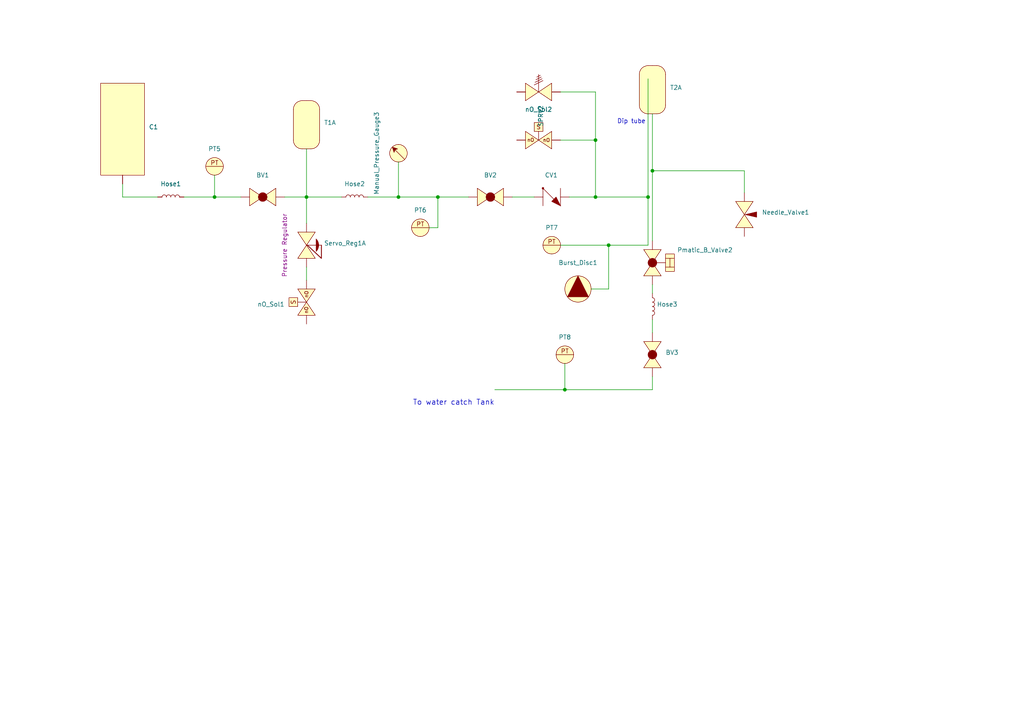
<source format=kicad_sch>
(kicad_sch (version 20250114) (generator "eeschema") (generator_version "9.0")
  (paper "A4")
  (lib_symbols
    (symbol "Ball_Valve_1"
      (property "Reference" "BV" (at 3.81 -4.318 0))
      (symbol "Ball_Valve_1_1_1"
        (polyline (pts (xy 3.81 0) (xy 0 -2.54) (xy 0 2.54) (xy 3.81 0)) (fill (type background)))
        (polyline (pts (xy 3.81 0) (xy 7.62 2.54) (xy 7.62 -2.54) (xy 3.81 0)) (fill (type background)))
        (circle (center 3.81 0) (radius 1.27) (fill (type outline)))
        (pin passive line (at -2.54 0 0) (length 2.54) (name "") (number ""))
        (pin passive line (at 10.16 0 180) (length 2.54) (name "") (number ""))
      )
    )
    (symbol "Ball_Valve_2"
      (property "Reference" "BV" (at 3.81 -4.318 0))
      (symbol "Ball_Valve_2_1_1"
        (polyline (pts (xy 3.81 0) (xy 0 -2.54) (xy 0 2.54) (xy 3.81 0)) (fill (type background)))
        (polyline (pts (xy 3.81 0) (xy 7.62 2.54) (xy 7.62 -2.54) (xy 3.81 0)) (fill (type background)))
        (circle (center 3.81 0) (radius 1.27) (fill (type outline)))
        (pin passive line (at -2.54 0 0) (length 2.54) (name "") (number ""))
        (pin passive line (at 10.16 0 180) (length 2.54) (name "") (number ""))
      )
    )
    (symbol "Hose_1"
      (property "Reference" "Hose" (at 0 0 0))
      (symbol "Hose_1_0_1"
        (arc (start 0 6.35) (mid 0.6323 5.715) (end 0 5.08))
        (arc (start 0 5.08) (mid 0.6323 4.445) (end 0 3.81))
        (arc (start 0 3.81) (mid 0.6323 3.175) (end 0 2.54))
        (arc (start 0 2.54) (mid 0.6323 1.905) (end 0 1.27))
      )
      (symbol "Hose_1_1_1"
        (pin passive line (at 0 7.62 270) (length 1.27) (name "") (number ""))
        (pin passive line (at 0 0 90) (length 1.27) (name "") (number ""))
      )
    )
    (symbol "Hose_2"
      (property "Reference" "Hose" (at 0 0 0))
      (symbol "Hose_2_0_1"
        (arc (start 0 6.35) (mid 0.6323 5.715) (end 0 5.08))
        (arc (start 0 5.08) (mid 0.6323 4.445) (end 0 3.81))
        (arc (start 0 3.81) (mid 0.6323 3.175) (end 0 2.54))
        (arc (start 0 2.54) (mid 0.6323 1.905) (end 0 1.27))
      )
      (symbol "Hose_2_1_1"
        (pin passive line (at 0 7.62 270) (length 1.27) (name "") (number ""))
        (pin passive line (at 0 0 90) (length 1.27) (name "") (number ""))
      )
    )
    (symbol "Normally Open Solenoid_1"
      (property "Reference" "nO_Sol" (at 3.81 -3.81 0))
      (symbol "Normally Open Solenoid_1_0_1"
        (polyline (pts (xy 3.81 0) (xy 3.81 2.54)))
      )
      (symbol "Normally Open Solenoid_1_1_1"
        (polyline (pts (xy 0 0) (xy 0 2.54) (xy 3.81 0) (xy 0 -2.54) (xy 0 0)) (fill (type background)))
        (polyline (pts (xy 3.81 2.54) (xy 2.54 2.54) (xy 2.54 5.08) (xy 5.08 5.08) (xy 5.08 2.54) (xy 3.81 2.54)) (fill (type background)))
        (polyline (pts (xy 3.81 0) (xy 7.62 2.54) (xy 7.62 -2.54) (xy 3.81 0)) (fill (type background)))
        (text "nO\n\n" (at 1.524 -0.762 0) (effects (font (size 1 1))))
        (text "S\n" (at 3.81 3.81 0) (effects (font (size 1.27 1.27))))
        (text "nO" (at 6.096 0 0) (effects (font (size 1 1))))
        (pin passive line (at -2.54 0 0) (length 2.54) (name "") (number ""))
        (pin passive line (at 10.16 0 180) (length 2.54) (name "") (number ""))
      )
    )
    (symbol "PID_symbols:Ball_Valve"
      (property "Reference" "BV" (at 3.81 -4.318 0))
      (symbol "Ball_Valve_1_1"
        (polyline (pts (xy 3.81 0) (xy 0 -2.54) (xy 0 2.54) (xy 3.81 0)) (fill (type background)))
        (polyline (pts (xy 3.81 0) (xy 7.62 2.54) (xy 7.62 -2.54) (xy 3.81 0)) (fill (type background)))
        (circle (center 3.81 0) (radius 1.27) (fill (type outline)))
        (pin passive line (at -2.54 0 0) (length 2.54) (name "") (number ""))
        (pin passive line (at 10.16 0 180) (length 2.54) (name "") (number ""))
      )
    )
    (symbol "PID_symbols:Burst_Disc"
      (property "Reference" "Burst_Disc" (at 0 -5.334 0))
      (symbol "Burst_Disc_1_1"
        (polyline (pts (xy 0 3.81) (xy -3.048 -2.286) (xy 3.048 -2.286) (xy 0 3.81)) (fill (type outline)))
        (circle (center 0 0) (radius 3.81) (fill (type background)))
        (pin passive line (at -3.81 0 0) (length 0) (name "") (number ""))
        (pin passive line (at 0 -3.81 90) (length 0) (name "") (number ""))
        (pin passive line (at 3.81 0 180) (length 0) (name "") (number ""))
      )
    )
    (symbol "PID_symbols:Check_Valve"
      (property "Reference" "CV" (at 2.54 -4.064 0))
      (symbol "Check_Valve_0_1"
        (polyline (pts (xy 0 2.54) (xy 5.08 -2.54)))
        (polyline (pts (xy 0 0) (xy 0 2.54)))
        (polyline (pts (xy 0 0) (xy 0 -2.54)))
        (polyline (pts (xy 5.08 -2.54) (xy 5.08 2.54)))
      )
      (symbol "Check_Valve_1_1"
        (circle (center 0 2.54) (radius 0.254) (fill (type outline)))
        (polyline (pts (xy 5.08 -2.54) (xy 2.54 -1.27) (xy 3.81 0) (xy 5.08 -2.54)) (fill (type outline)))
        (pin bidirectional line (at -2.54 0 0) (length 2.54) (name "") (number ""))
        (pin bidirectional line (at 7.62 0 180) (length 2.54) (name "") (number ""))
      )
    )
    (symbol "PID_symbols:Cylinder"
      (property "Reference" "C" (at 0 0 0))
      (symbol "Cylinder_1_1"
        (rectangle (start -6.35 12.7) (end 6.35 -13.97) (fill (type background)))
        (pin passive line (at 0 -16.51 90) (length 2.54) (name "") (number ""))
      )
    )
    (symbol "PID_symbols:Hose"
      (property "Reference" "Hose" (at 0 0 0))
      (symbol "Hose_0_1"
        (arc (start 0 6.35) (mid 0.6323 5.715) (end 0 5.08))
        (arc (start 0 5.08) (mid 0.6323 4.445) (end 0 3.81))
        (arc (start 0 3.81) (mid 0.6323 3.175) (end 0 2.54))
        (arc (start 0 2.54) (mid 0.6323 1.905) (end 0 1.27))
      )
      (symbol "Hose_1_1"
        (pin passive line (at 0 7.62 270) (length 1.27) (name "") (number ""))
        (pin passive line (at 0 0 90) (length 1.27) (name "") (number ""))
      )
    )
    (symbol "PID_symbols:Manual_Pressure_Gauge"
      (property "Reference" "Manual_Pressure_Gauge" (at 0 -3.81 0))
      (symbol "Manual_Pressure_Gauge_1_1"
        (polyline (pts (xy -1.778 -1.778) (xy 1.778 1.778) (xy 0.254 1.27) (xy 1.016 1.016) (xy 1.27 0.254) (xy 1.778 1.778)) (fill (type outline)))
        (circle (center 0 0) (radius 2.54) (fill (type background)))
        (pin passive line (at -2.54 0 0) (length 0) (name "") (number ""))
        (pin passive line (at 2.54 0 180) (length 0) (name "") (number ""))
      )
    )
    (symbol "PID_symbols:Needle_Valve"
      (property "Reference" "Needle_Valve" (at 3.556 -3.81 0))
      (symbol "Needle_Valve_1_1"
        (polyline (pts (xy 0 0) (xy 0 2.54) (xy 3.81 0) (xy 0 -2.54) (xy 0 0)) (fill (type background)))
        (polyline (pts (xy 3.048 3.556) (xy 3.81 0.254) (xy 4.572 3.556) (xy 3.048 3.556)) (fill (type outline)))
        (polyline (pts (xy 7.62 0) (xy 7.62 2.54) (xy 3.81 0) (xy 7.62 -2.54) (xy 7.62 0)) (fill (type background)))
        (pin passive line (at -2.54 0 0) (length 2.54) (name "") (number ""))
        (pin passive line (at 10.16 0 180) (length 2.54) (name "") (number ""))
      )
    )
    (symbol "PID_symbols:Normally Open Solenoid"
      (property "Reference" "nO_Sol" (at 3.81 -3.81 0))
      (symbol "Normally Open Solenoid_0_1"
        (polyline (pts (xy 3.81 0) (xy 3.81 2.54)))
      )
      (symbol "Normally Open Solenoid_1_1"
        (polyline (pts (xy 0 0) (xy 0 2.54) (xy 3.81 0) (xy 0 -2.54) (xy 0 0)) (fill (type background)))
        (polyline (pts (xy 3.81 2.54) (xy 2.54 2.54) (xy 2.54 5.08) (xy 5.08 5.08) (xy 5.08 2.54) (xy 3.81 2.54)) (fill (type background)))
        (polyline (pts (xy 3.81 0) (xy 7.62 2.54) (xy 7.62 -2.54) (xy 3.81 0)) (fill (type background)))
        (text "nO\n\n" (at 1.524 -0.762 0) (effects (font (size 1 1))))
        (text "S\n" (at 3.81 3.81 0) (effects (font (size 1.27 1.27))))
        (text "nO" (at 6.096 0 0) (effects (font (size 1 1))))
        (pin passive line (at -2.54 0 0) (length 2.54) (name "") (number ""))
        (pin passive line (at 10.16 0 180) (length 2.54) (name "") (number ""))
      )
    )
    (symbol "PID_symbols:Pneumatic_Rotary_Ball_Valve"
      (property "Reference" "Pmatic_B_Valve" (at 0 -3.81 0))
      (symbol "Pneumatic_Rotary_Ball_Valve_1_1"
        (polyline (pts (xy -1.27 5.08) (xy 1.27 5.08)))
        (polyline (pts (xy -1.27 3.81) (xy -1.27 6.35)))
        (polyline (pts (xy 0 0) (xy -3.81 2.54) (xy -3.81 -2.54) (xy 0 0)) (fill (type background)))
        (polyline (pts (xy 0 0) (xy 3.81 2.54) (xy 3.81 -2.54) (xy 0 0)) (fill (type background)))
        (polyline (pts (xy 0 0) (xy 0 2.54) (xy 0 3.81) (xy -2.54 3.81) (xy -2.54 6.35) (xy 2.54 6.35) (xy 2.54 3.81) (xy 0 3.81)) (fill (type background)))
        (circle (center 0 0) (radius 1.27) (fill (type outline)))
        (polyline (pts (xy 1.27 6.35) (xy 1.27 3.81)))
        (pin passive line (at -6.35 0 0) (length 2.54) (name "") (number ""))
        (pin passive line (at 0 6.35 270) (length 0) (name "") (number ""))
        (pin passive line (at 0 -1.27 90) (length 0) (name "") (number ""))
        (pin passive line (at 6.35 0 180) (length 2.54) (name "") (number ""))
      )
    )
    (symbol "PID_symbols:Pressure_Regulator"
      (property "Reference" "Servo_Reg" (at 3.81 -3.81 0))
      (property "Description" "Pressure Regulator" (at 3.81 -6.35 0))
      (symbol "Pressure_Regulator_0_1"
        (polyline (pts (xy 2.032 2.794) (xy 5.588 2.794)))
        (polyline (pts (xy 3.81 2.54) (xy 3.81 2.794)))
        (polyline (pts (xy 3.81 0) (xy 3.81 2.54)))
      )
      (symbol "Pressure_Regulator_1_1"
        (unit_name "Reg")
        (polyline (pts (xy 0 0) (xy 0 2.54) (xy 3.81 0) (xy 0 -2.54) (xy 0 0)) (fill (type background)))
        (polyline (pts (xy 2.032 2.794) (xy 5.588 2.794) (xy 5.334 3.048) (xy 4.826 3.302) (xy 3.81 3.556) (xy 2.794 3.302) (xy 2.286 3.048) (xy 2.032 2.794)) (stroke (width 0.01)) (fill (type outline)))
        (polyline (pts (xy 3.81 4.318) (xy 3.81 3.81)))
        (polyline (pts (xy 3.81 3.81) (xy 3.81 3.556)))
        (arc (start 2.032 2.794) (mid 3.81 3.5305) (end 5.588 2.794))
        (polyline (pts (xy 3.81 0.254) (xy 7.62 4.318) (xy 3.81 4.318)) (stroke (width 0.25)))
        (polyline (pts (xy 3.81 0) (xy 7.62 2.54) (xy 7.62 -2.54) (xy 3.81 0)) (fill (type background)))
        (pin passive line (at -2.54 0 0) (length 2.54) (name "") (number ""))
        (pin passive line (at 10.16 0 180) (length 2.54) (name "") (number ""))
      )
      (symbol "Pressure_Regulator_1_2"
        (unit_name "Reg")
        (pin passive line (at -2.54 0 0) (length 2.54) (name "") (number ""))
        (pin passive line (at 10.16 0 180) (length 2.54) (name "") (number ""))
      )
      (symbol "Pressure_Regulator_2_1"
        (unit_name "Servo-Reg")
        (polyline (pts (xy 0 0) (xy 0 2.54) (xy 3.81 0) (xy 0 -2.54) (xy 0 0)) (fill (type background)))
        (polyline (pts (xy 2.032 2.794) (xy 5.588 2.794) (xy 5.334 3.048) (xy 4.826 3.302) (xy 3.81 3.556) (xy 2.794 3.302) (xy 2.286 3.048) (xy 2.032 2.794)) (stroke (width 0.01)) (fill (type outline)))
        (rectangle (start 2.54 10.795) (end 5.08 6.985) (fill (type background)))
        (rectangle (start 3.175 5.715) (end 4.445 5.08) (fill (type outline)))
        (polyline (pts (xy 3.81 4.318) (xy 3.81 3.81)))
        (polyline (pts (xy 3.81 3.81) (xy 3.81 6.985)))
        (polyline (pts (xy 3.81 3.81) (xy 3.81 3.556)))
        (arc (start 2.032 2.794) (mid 3.81 3.5305) (end 5.588 2.794))
        (polyline (pts (xy 3.81 0.254) (xy 7.62 4.318) (xy 3.81 4.318)) (stroke (width 0.25)))
        (polyline (pts (xy 3.81 0) (xy 7.62 2.54) (xy 7.62 -2.54) (xy 3.81 0)) (fill (type background)))
        (pin passive line (at -2.54 0 0) (length 2.54) (name "") (number ""))
        (pin passive line (at 10.16 0 180) (length 2.54) (name "") (number ""))
      )
      (symbol "Pressure_Regulator_2_2"
        (unit_name "Servo-Reg")
        (pin passive line (at -2.54 0 0) (length 2.54) (name "") (number ""))
        (pin passive line (at 10.16 0 180) (length 2.54) (name "") (number ""))
      )
    )
    (symbol "PID_symbols:Pressure_Transducer"
      (property "Reference" "PT" (at 0 -3.81 0))
      (symbol "Pressure_Transducer_0_1"
        (polyline (pts (xy -2.54 0) (xy 2.54 0)))
      )
      (symbol "Pressure_Transducer_1_1"
        (circle (center 0 0) (radius 2.54) (fill (type background)))
        (text "PT\n" (at 0 1.016 0) (effects (font (size 1.27 1.27))))
        (pin passive line (at -2.54 0 0) (length 0) (name "") (number ""))
        (pin passive line (at 0 -2.54 90) (length 0) (name "") (number ""))
        (pin passive line (at 2.54 0 180) (length 0) (name "") (number ""))
      )
    )
    (symbol "PID_symbols:SPRV"
      (property "Reference" "SPRV" (at 3.556 -3.302 0))
      (symbol "SPRV_0_1"
        (polyline (pts (xy 3.81 0) (xy 3.81 5.08)))
        (polyline (pts (xy 4.318 4.826) (xy 3.302 4.318)))
        (polyline (pts (xy 4.572 4.318) (xy 3.048 3.556)))
        (polyline (pts (xy 4.826 3.81) (xy 2.794 2.794)))
        (polyline (pts (xy 5.08 3.302) (xy 2.54 2.032)))
      )
      (symbol "SPRV_1_1"
        (polyline (pts (xy 0 0) (xy 0 2.54) (xy 3.81 0) (xy 0 -2.54) (xy 0 0)) (fill (type background)))
        (polyline (pts (xy 3.81 0) (xy 7.62 2.54) (xy 7.62 -2.54) (xy 3.81 0)) (fill (type background)))
        (pin passive line (at -2.54 0 0) (length 2.54) (name "") (number ""))
        (pin passive line (at 10.16 0 180) (length 2.54) (name "") (number ""))
      )
    )
    (symbol "PID_symbols:Tank"
      (property "Reference" "T" (at 6.35 5.08 0))
      (symbol "Tank_1_1"
        (unit_name "Small")
        (polyline (pts (xy -2.54 0) (xy -2.54 8.255) (xy -2.54 8.89)))
        (polyline (pts (xy -2.54 0) (xy -2.286 -1.016) (xy -2.032 -1.524) (xy -1.524 -2.032) (xy -1.016 -2.286) (xy -0.254 -2.54) (xy 1.524 -2.54) (xy 2.286 -2.54) (xy 3.048 -2.54) (xy 4.064 -2.032) (xy 4.572 -1.524) (xy 4.826 -1.016) (xy 5.08 0) (xy 5.08 3.81) (xy 5.08 8.89) (xy 4.826 9.906) (xy 4.318 10.668) (xy 3.81 11.176) (xy 3.048 11.43) (xy 1.524 11.43) (xy 0.508 11.43) (xy -0.254 11.43) (xy -1.016 11.176) (xy -1.524 10.922) (xy -2.032 10.414) (xy -2.54 9.144) (xy -2.54 0)) (stroke (width -0.0001)) (fill (type background)))
        (arc (start -2.54 8.89) (mid -1.7961 10.6861) (end 0 11.43))
        (arc (start 0 -2.54) (mid -1.7961 -1.7961) (end -2.54 0))
        (polyline (pts (xy 0 11.43) (xy 2.54 11.43)))
        (polyline (pts (xy 0 -2.54) (xy 2.54 -2.54)))
        (arc (start 2.54 11.43) (mid 4.3361 10.6861) (end 5.08 8.89))
        (arc (start 5.08 0) (mid 4.3361 -1.7961) (end 2.54 -2.54))
        (polyline (pts (xy 5.08 8.89) (xy 5.08 0)))
        (pin passive line (at 1.27 11.43 270) (length 0) (name "") (number ""))
        (pin passive line (at 1.27 -2.54 90) (length 0) (name "") (number ""))
      )
      (symbol "Tank_1_2"
        (unit_name "Small")
        (pin passive line (at 1.27 11.43 270) (length 0) (name "") (number ""))
        (pin passive line (at 1.27 -2.54 90) (length 0) (name "") (number ""))
      )
      (symbol "Tank_2_1"
        (unit_name "Big COAX")
        (polyline (pts (xy -5.715 0.635) (xy -5.715 28.575)))
        (arc (start -5.715 28.575) (mid -4.7851 30.8201) (end -2.54 31.75))
        (arc (start -2.54 -2.54) (mid -4.7851 -1.6101) (end -5.715 0.635))
        (polyline (pts (xy -2.54 31.75) (xy 5.08 31.75)))
        (polyline (pts (xy -2.54 -2.54) (xy 5.08 -2.54)))
        (arc (start 5.0799 31.7499) (mid 7.325 30.82) (end 8.2549 28.5749))
        (arc (start 8.255 0.635) (mid 7.3251 -1.6101) (end 5.08 -2.54))
        (polyline (pts (xy 5.4324 -2.5474) (xy 6.85 -2) (xy 7.62 -1.27) (xy 8.128 -0.508) (xy 8.25 1.45) (xy 8.25 4.75) (xy 8.25 28.65) (xy 8.15 29.55) (xy 7.4 30.85) (xy 6.2 31.6) (xy 5.15 31.7) (xy -2.4 31.75) (xy -3.25 31.7) (xy -4.3 31.25) (xy -5.2 30.4) (xy -5.5 29.7) (xy -5.65 28.85) (xy -5.7 28.45) (xy -5.75 0.3) (xy -5.35 -1) (xy -4.45 -1.85) (xy -3.7 -2.3) (xy -2.8 -2.55) (xy 5.5 -2.5)) (stroke (width -0.0001)) (fill (type background)))
        (polyline (pts (xy 8.255 28.575) (xy 8.255 0.635)))
        (pin passive line (at 0 20.32 90) (length 0) (name "") (number ""))
        (pin passive line (at 2.54 -2.54 90) (length 0) (name "") (number ""))
      )
      (symbol "Tank_2_2"
        (unit_name "Big COAX")
        (pin passive line (at 0 -2.54 90) (length 0) (name "") (number ""))
        (pin passive line (at 2.54 -2.54 90) (length 0) (name "") (number ""))
      )
    )
    (symbol "Pressure_Transducer_1"
      (property "Reference" "PT" (at 0 -3.81 0))
      (symbol "Pressure_Transducer_1_0_1"
        (polyline (pts (xy -2.54 0) (xy 2.54 0)))
      )
      (symbol "Pressure_Transducer_1_1_1"
        (circle (center 0 0) (radius 2.54) (fill (type background)))
        (text "PT\n" (at 0 1.016 0) (effects (font (size 1.27 1.27))))
        (pin passive line (at -2.54 0 0) (length 0) (name "") (number ""))
        (pin passive line (at 0 -2.54 90) (length 0) (name "") (number ""))
        (pin passive line (at 2.54 0 180) (length 0) (name "") (number ""))
      )
    )
    (symbol "Pressure_Transducer_2"
      (property "Reference" "PT" (at 0 -3.81 0))
      (symbol "Pressure_Transducer_2_0_1"
        (polyline (pts (xy -2.54 0) (xy 2.54 0)))
      )
      (symbol "Pressure_Transducer_2_1_1"
        (circle (center 0 0) (radius 2.54) (fill (type background)))
        (text "PT\n" (at 0 1.016 0) (effects (font (size 1.27 1.27))))
        (pin passive line (at -2.54 0 0) (length 0) (name "") (number ""))
        (pin passive line (at 0 -2.54 90) (length 0) (name "") (number ""))
        (pin passive line (at 2.54 0 180) (length 0) (name "") (number ""))
      )
    )
    (symbol "Pressure_Transducer_3"
      (property "Reference" "PT" (at 0 -3.81 0))
      (symbol "Pressure_Transducer_3_0_1"
        (polyline (pts (xy -2.54 0) (xy 2.54 0)))
      )
      (symbol "Pressure_Transducer_3_1_1"
        (circle (center 0 0) (radius 2.54) (fill (type background)))
        (text "PT\n" (at 0 1.016 0) (effects (font (size 1.27 1.27))))
        (pin passive line (at -2.54 0 0) (length 0) (name "") (number ""))
        (pin passive line (at 0 -2.54 90) (length 0) (name "") (number ""))
        (pin passive line (at 2.54 0 180) (length 0) (name "") (number ""))
      )
    )
    (symbol "Tank_1"
      (property "Reference" "T" (at 6.35 5.08 0))
      (symbol "Tank_1_1_1"
        (unit_name "Small")
        (polyline (pts (xy -2.54 0) (xy -2.54 8.255) (xy -2.54 8.89)))
        (polyline (pts (xy -2.54 0) (xy -2.286 -1.016) (xy -2.032 -1.524) (xy -1.524 -2.032) (xy -1.016 -2.286) (xy -0.254 -2.54) (xy 1.524 -2.54) (xy 2.286 -2.54) (xy 3.048 -2.54) (xy 4.064 -2.032) (xy 4.572 -1.524) (xy 4.826 -1.016) (xy 5.08 0) (xy 5.08 3.81) (xy 5.08 8.89) (xy 4.826 9.906) (xy 4.318 10.668) (xy 3.81 11.176) (xy 3.048 11.43) (xy 1.524 11.43) (xy 0.508 11.43) (xy -0.254 11.43) (xy -1.016 11.176) (xy -1.524 10.922) (xy -2.032 10.414) (xy -2.54 9.144) (xy -2.54 0)) (stroke (width -0.0001)) (fill (type background)))
        (arc (start -2.54 8.89) (mid -1.7961 10.6861) (end 0 11.43))
        (arc (start 0 -2.54) (mid -1.7961 -1.7961) (end -2.54 0))
        (polyline (pts (xy 0 11.43) (xy 2.54 11.43)))
        (polyline (pts (xy 0 -2.54) (xy 2.54 -2.54)))
        (arc (start 2.54 11.43) (mid 4.3361 10.6861) (end 5.08 8.89))
        (arc (start 5.08 0) (mid 4.3361 -1.7961) (end 2.54 -2.54))
        (polyline (pts (xy 5.08 8.89) (xy 5.08 0)))
        (pin passive line (at 1.27 11.43 270) (length 0) (name "") (number ""))
        (pin passive line (at 1.27 -2.54 90) (length 0) (name "") (number ""))
      )
      (symbol "Tank_1_1_2"
        (unit_name "Small")
        (pin passive line (at 1.27 11.43 270) (length 0) (name "") (number ""))
        (pin passive line (at 1.27 -2.54 90) (length 0) (name "") (number ""))
      )
      (symbol "Tank_1_2_1"
        (unit_name "Big COAX")
        (polyline (pts (xy -5.715 0.635) (xy -5.715 28.575)))
        (arc (start -5.715 28.575) (mid -4.7851 30.8201) (end -2.54 31.75))
        (arc (start -2.54 -2.54) (mid -4.7851 -1.6101) (end -5.715 0.635))
        (polyline (pts (xy -2.54 31.75) (xy 5.08 31.75)))
        (polyline (pts (xy -2.54 -2.54) (xy 5.08 -2.54)))
        (arc (start 5.0799 31.7499) (mid 7.325 30.82) (end 8.2549 28.5749))
        (arc (start 8.255 0.635) (mid 7.3251 -1.6101) (end 5.08 -2.54))
        (polyline (pts (xy 5.4324 -2.5474) (xy 6.85 -2) (xy 7.62 -1.27) (xy 8.128 -0.508) (xy 8.25 1.45) (xy 8.25 4.75) (xy 8.25 28.65) (xy 8.15 29.55) (xy 7.4 30.85) (xy 6.2 31.6) (xy 5.15 31.7) (xy -2.4 31.75) (xy -3.25 31.7) (xy -4.3 31.25) (xy -5.2 30.4) (xy -5.5 29.7) (xy -5.65 28.85) (xy -5.7 28.45) (xy -5.75 0.3) (xy -5.35 -1) (xy -4.45 -1.85) (xy -3.7 -2.3) (xy -2.8 -2.55) (xy 5.5 -2.5)) (stroke (width -0.0001)) (fill (type background)))
        (polyline (pts (xy 8.255 28.575) (xy 8.255 0.635)))
        (pin passive line (at 0 20.32 90) (length 0) (name "") (number ""))
        (pin passive line (at 2.54 -2.54 90) (length 0) (name "") (number ""))
      )
      (symbol "Tank_1_2_2"
        (unit_name "Big COAX")
        (pin passive line (at 0 -2.54 90) (length 0) (name "") (number ""))
        (pin passive line (at 2.54 -2.54 90) (length 0) (name "") (number ""))
      )
    )
  )
  (text "Dip tube" (at 183.134 35.306 0) (effects (font (size 1.27 1.27))))
  (text "To water catch Tank" (at 131.572 116.84 0) (effects (font (size 1.524 1.524))))
  (junction (at 88.9 57.15))
  (junction (at 62.23 57.15))
  (junction (at 189.23 49.53))
  (junction (at 172.72 40.64))
  (junction (at 163.83 113.03))
  (junction (at 127 57.15))
  (junction (at 176.53 71.12))
  (junction (at 187.96 57.15))
  (junction (at 172.72 57.15))
  (junction (at 115.57 57.15))
  (wire (pts (xy 189.23 49.53) (xy 215.9 49.53)))
  (wire (pts (xy 189.23 92.71) (xy 189.23 96.52)))
  (wire (pts (xy 162.56 40.64) (xy 172.72 40.64)))
  (wire (pts (xy 172.72 40.64) (xy 172.72 57.15)))
  (wire (pts (xy 62.23 57.15) (xy 69.85 57.15)))
  (wire (pts (xy 163.83 113.03) (xy 143.51 113.03)))
  (wire (pts (xy 165.1 57.15) (xy 172.72 57.15)))
  (wire (pts (xy 176.53 71.12) (xy 187.96 71.12)))
  (wire (pts (xy 88.9 43.18) (xy 88.9 57.15)))
  (wire (pts (xy 35.56 57.15) (xy 45.72 57.15)))
  (wire (pts (xy 88.9 57.15) (xy 99.06 57.15)))
  (wire (pts (xy 148.59 57.15) (xy 154.94 57.15)))
  (wire (pts (xy 88.9 57.15) (xy 88.9 64.77)))
  (wire (pts (xy 115.57 57.15) (xy 127 57.15)))
  (wire (pts (xy 127 66.04) (xy 127 57.15)))
  (wire (pts (xy 189.23 82.55) (xy 189.23 85.09)))
  (wire (pts (xy 171.45 83.82) (xy 176.53 83.82)))
  (wire (pts (xy 172.72 26.67) (xy 172.72 40.64)))
  (wire (pts (xy 189.23 33.02) (xy 189.23 49.53)))
  (wire (pts (xy 82.55 57.15) (xy 88.9 57.15)))
  (wire (pts (xy 189.23 113.03) (xy 163.83 113.03)))
  (wire (pts (xy 88.9 77.47) (xy 88.9 81.28)))
  (wire (pts (xy 172.72 57.15) (xy 187.96 57.15)))
  (wire (pts (xy 189.23 49.53) (xy 189.23 69.85)))
  (wire (pts (xy 124.46 66.04) (xy 127 66.04)))
  (wire (pts (xy 106.68 57.15) (xy 115.57 57.15)))
  (wire (pts (xy 187.96 22.86) (xy 187.96 57.15)))
  (wire (pts (xy 127 57.15) (xy 135.89 57.15)))
  (wire (pts (xy 215.9 49.53) (xy 215.9 55.88)))
  (wire (pts (xy 53.34 57.15) (xy 62.23 57.15)))
  (wire (pts (xy 189.23 109.22) (xy 189.23 113.03)))
  (wire (pts (xy 176.53 83.82) (xy 176.53 71.12)))
  (wire (pts (xy 162.56 71.12) (xy 176.53 71.12)))
  (wire (pts (xy 62.23 50.8) (xy 62.23 57.15)))
  (wire (pts (xy 163.83 105.41) (xy 163.83 113.03)))
  (wire (pts (xy 35.56 57.15) (xy 35.56 53.34)))
  (wire (pts (xy 187.96 57.15) (xy 187.96 71.12)))
  (wire (pts (xy 115.57 46.99) (xy 115.57 57.15)))
  (wire (pts (xy 162.56 26.67) (xy 172.72 26.67)))
  (symbol (lib_id "PID_symbols:Normally Open Solenoid") (at 152.4 40.64 0) (unit 1)
    (property "Reference" "nO_Sol2" (at 156.21 31.75 0))
    (property "Value" "Low pressure vent valve" (effects (hide yes)))
  )
  (symbol (lib_id "PID_symbols:SPRV") (at 152.4 26.67 0) (unit 1)
    (property "Reference" "SPRV2" (at 156.8451 30.48 90) (effects (justify right)))
    (property "Value" "Safety Pressure Relief Valve" (effects (hide yes)))
  )
  (symbol (lib_id "PID_symbols:Needle_Valve") (at 215.9 58.42 270) (unit 1)
    (property "Reference" "Needle_Valve1" (at 220.98 61.5949 90) (effects (justify left)))
    (property "Value" "Manual water fill/drain valve" (effects (hide yes)))
  )
  (symbol (lib_name "Ball_Valve_2") (lib_id "PID_symbols:Ball_Valve") (at 72.39 57.15 0) (unit 1)
    (property "Reference" "BV1" (at 76.2 50.8 0))
    (property "Value" "High pressure valve" (effects (hide yes)))
  )
  (symbol (lib_id "PID_symbols:Pressure_Transducer") (at 163.83 102.87 0) (unit 1)
    (property "Reference" "PT8" (at 163.83 97.79 0))
    (property "Value" "300" (effects (hide yes)))
  )
  (symbol (lib_name "Hose_2") (lib_id "PID_symbols:Hose") (at 189.23 92.71 0) (unit 1)
    (property "Reference" "Hose3" (at 190.5 88.2649 0) (effects (justify left)))
    (property "Value" "Low Pressure Hose" (effects (hide yes)))
  )
  (symbol (lib_id "PID_symbols:Manual_Pressure_Gauge") (at 115.57 44.45 90) (unit 1)
    (property "Reference" "Manual_Pressure_Gauge3" (at 109.22 44.45 0))
    (property "Value" "Manual Pressure Gauge" (effects (hide yes)))
  )
  (symbol (lib_id "PID_symbols:Tank") (at 187.96 30.48 0) (unit 1)
    (property "Reference" "T2" (at 194.31 25.3999 0) (effects (justify left)))
    (property "Value" "Low pressure water tank" (effects (hide yes)))
  )
  (symbol (lib_name "Hose_1") (lib_id "PID_symbols:Hose") (at 106.68 57.15 90) (unit 1)
    (property "Reference" "Hose2" (at 102.87 53.34 90))
    (property "Value" "High Pressure Hose" (effects (hide yes)))
  )
  (symbol (lib_id "PID_symbols:Check_Valve") (at 157.48 57.15 0) (unit 1)
    (property "Reference" "CV1" (at 159.893 50.8 0))
    (property "Value" "Check Valve" (effects (hide yes)))
  )
  (symbol (lib_id "PID_symbols:Pressure_Regulator") (at 88.9 67.31 270) (unit 1)
    (property "Reference" "Servo_Reg1" (at 93.98 70.5474 90) (effects (justify left)))
    (property "Value" "Mechanical regulator" (effects (hide yes)))
    (property "Description" "Pressure Regulator" (at 82.55 71.12 0))
  )
  (symbol (lib_id "PID_symbols:Burst_Disc") (at 167.64 83.82 0) (unit 1)
    (property "Reference" "Burst_Disc1" (at 167.64 76.2 0))
    (property "Value" "Burst Disc" (effects (hide yes)))
  )
  (symbol (lib_id "PID_symbols:Pneumatic_Rotary_Ball_Valve") (at 189.23 76.2 270) (unit 1)
    (property "Reference" "Pmatic_B_Valve2" (at 204.47 72.5168 90))
    (property "Value" "Flow sensor" (effects (hide yes)))
  )
  (symbol (lib_id "PID_symbols:Ball_Valve") (at 189.23 99.06 270) (unit 1)
    (property "Reference" "BV3" (at 193.04 102.2349 90) (effects (justify left)))
    (property "Value" "Run valve" (effects (hide yes)))
  )
  (symbol (lib_name "Pressure_Transducer_2") (lib_id "PID_symbols:Pressure_Transducer") (at 160.02 71.12 0) (unit 1)
    (property "Reference" "PT7" (at 160.02 66.04 0))
    (property "Value" "300" (effects (hide yes)))
  )
  (symbol (lib_name "Pressure_Transducer_3") (lib_id "PID_symbols:Pressure_Transducer") (at 121.92 66.04 0) (unit 1)
    (property "Reference" "PT6" (at 121.92 60.96 0))
    (property "Value" "300" (effects (hide yes)))
  )
  (symbol (lib_name "Tank_1") (lib_id "PID_symbols:Tank") (at 87.63 40.64 0) (unit 1)
    (property "Reference" "T1" (at 93.98 35.5599 0) (effects (justify left)))
    (property "Value" "High pressure COTS tank" (effects (hide yes)))
  )
  (symbol (lib_id "PID_symbols:Cylinder") (at 35.56 36.83 0) (unit 1)
    (property "Reference" "C1" (at 43.18 36.8299 0) (effects (justify left)))
    (property "Value" "230 bar compressed air" (effects (hide yes)))
  )
  (symbol (lib_name "Ball_Valve_1") (lib_id "PID_symbols:Ball_Valve") (at 138.43 57.15 0) (unit 1)
    (property "Reference" "BV2" (at 142.24 50.8 0))
    (property "Value" "Electronic Regulator" (effects (hide yes)))
  )
  (symbol (lib_name "Pressure_Transducer_1") (lib_id "PID_symbols:Pressure_Transducer") (at 62.23 48.26 0) (unit 1)
    (property "Reference" "PT5" (at 62.23 43.18 0))
    (property "Value" "300" (effects (hide yes)))
  )
  (symbol (lib_name "Normally Open Solenoid_1") (lib_id "PID_symbols:Normally Open Solenoid") (at 88.9 91.44 90) (unit 1)
    (property "Reference" "nO_Sol1" (at 82.55 88.2651 90) (effects (justify left)))
    (property "Value" "High pressure vent valve" (effects (hide yes)))
  )
  (symbol (lib_id "PID_symbols:Hose") (at 53.34 57.15 90) (unit 1)
    (property "Reference" "Hose1" (at 49.53 53.34 90))
    (property "Value" "High Pressure hose" (effects (hide yes)))
  )
)
</source>
